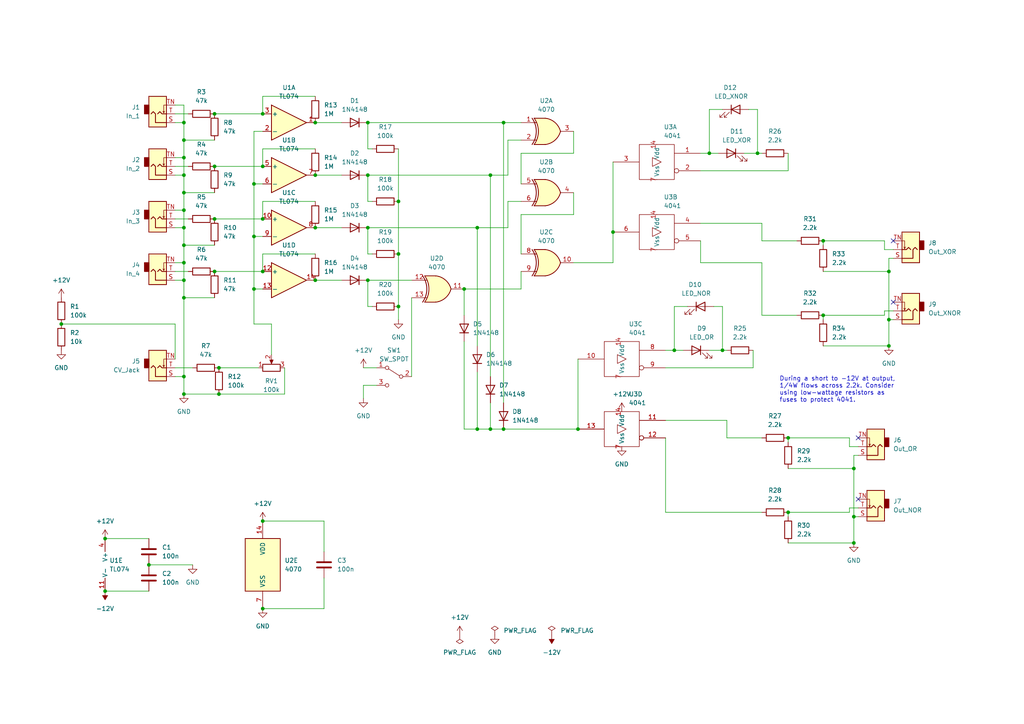
<source format=kicad_sch>
(kicad_sch (version 20211123) (generator eeschema)
  (paper "A4")
  (title_block (title "Compara4") (rev "0.1") (company "FrequencySummoner"))
  (lib_symbols
    (symbol "4xxx:4070" (pin_names (offset 1.016))
      (property "Reference" "U" (at 0 1.27 0))
      (property "Value" "4070" (at 0 -1.27 0))
      (symbol "4070_1_0"
        (arc (start -4.4196 -3.81) (mid -3.2033 0) (end -4.4196 3.81) (stroke (width 0.254)))
        (arc (start -3.81 -3.81) (mid -2.589 0) (end -3.81 3.81) (stroke (width 0.254)))
        (arc (start -0.6096 -3.81) (mid 2.1855 -2.584) (end 3.81 0) (stroke (width 0.254)) (fill (type background)))
        (polyline (pts (xy -3.81 -3.81) (xy -0.635 -3.81)) (stroke (width 0.254)) (fill (type background)))
        (polyline (pts (xy -3.81 3.81) (xy -0.635 3.81)) (stroke (width 0.254)) (fill (type background)))
        (polyline (pts (xy -0.635 3.81) (xy -3.81 3.81) (xy -3.81 3.81) (xy -3.556 3.4036) (xy -3.0226 2.2606) (xy -2.6924 1.0414) (xy -2.6162 -0.254) (xy -2.7686 -1.4986) (xy -3.175 -2.7178) (xy -3.81 -3.81) (xy -3.81 -3.81) (xy -0.635 -3.81)) (stroke (width -25.4)) (fill (type background)))
        (arc (start 3.81 0) (mid 2.1928 2.5925) (end -0.6096 3.81) (stroke (width 0.254)) (fill (type background)))
        (pin input line (at -7.62 2.54 0) (length 4.445) (name "~") (number "1"))
        (pin input line (at -7.62 -2.54 0) (length 4.445) (name "~") (number "2"))
        (pin output line (at 7.62 0 180) (length 3.81) (name "~") (number "3"))
      )
      (symbol "4070_1_1"
        (polyline (pts (xy -3.81 -2.54) (xy -3.175 -2.54)) (stroke (width 0.1524)))
        (polyline (pts (xy -3.81 2.54) (xy -3.175 2.54)) (stroke (width 0.1524)))
      )
      (symbol "4070_2_0"
        (arc (start -4.4196 -3.81) (mid -3.2033 0) (end -4.4196 3.81) (stroke (width 0.254)))
        (arc (start -3.81 -3.81) (mid -2.589 0) (end -3.81 3.81) (stroke (width 0.254)))
        (arc (start -0.6096 -3.81) (mid 2.1855 -2.584) (end 3.81 0) (stroke (width 0.254)) (fill (type background)))
        (polyline (pts (xy -3.81 -3.81) (xy -0.635 -3.81)) (stroke (width 0.254)) (fill (type background)))
        (polyline (pts (xy -3.81 3.81) (xy -0.635 3.81)) (stroke (width 0.254)) (fill (type background)))
        (polyline (pts (xy -0.635 3.81) (xy -3.81 3.81) (xy -3.81 3.81) (xy -3.556 3.4036) (xy -3.0226 2.2606) (xy -2.6924 1.0414) (xy -2.6162 -0.254) (xy -2.7686 -1.4986) (xy -3.175 -2.7178) (xy -3.81 -3.81) (xy -3.81 -3.81) (xy -0.635 -3.81)) (stroke (width -25.4)) (fill (type background)))
        (arc (start 3.81 0) (mid 2.1928 2.5925) (end -0.6096 3.81) (stroke (width 0.254)) (fill (type background)))
        (pin output line (at 7.62 0 180) (length 3.81) (name "~") (number "4"))
        (pin input line (at -7.62 2.54 0) (length 4.445) (name "~") (number "5"))
        (pin input line (at -7.62 -2.54 0) (length 4.445) (name "~") (number "6"))
      )
      (symbol "4070_2_1"
        (polyline (pts (xy -3.81 -2.54) (xy -3.175 -2.54)) (stroke (width 0.1524)))
        (polyline (pts (xy -3.81 2.54) (xy -3.175 2.54)) (stroke (width 0.1524)))
      )
      (symbol "4070_3_0"
        (arc (start -4.4196 -3.81) (mid -3.2033 0) (end -4.4196 3.81) (stroke (width 0.254)))
        (arc (start -3.81 -3.81) (mid -2.589 0) (end -3.81 3.81) (stroke (width 0.254)))
        (arc (start -0.6096 -3.81) (mid 2.1855 -2.584) (end 3.81 0) (stroke (width 0.254)) (fill (type background)))
        (polyline (pts (xy -3.81 -3.81) (xy -0.635 -3.81)) (stroke (width 0.254)) (fill (type background)))
        (polyline (pts (xy -3.81 3.81) (xy -0.635 3.81)) (stroke (width 0.254)) (fill (type background)))
        (polyline (pts (xy -0.635 3.81) (xy -3.81 3.81) (xy -3.81 3.81) (xy -3.556 3.4036) (xy -3.0226 2.2606) (xy -2.6924 1.0414) (xy -2.6162 -0.254) (xy -2.7686 -1.4986) (xy -3.175 -2.7178) (xy -3.81 -3.81) (xy -3.81 -3.81) (xy -0.635 -3.81)) (stroke (width -25.4)) (fill (type background)))
        (arc (start 3.81 0) (mid 2.1928 2.5925) (end -0.6096 3.81) (stroke (width 0.254)) (fill (type background)))
        (pin output line (at 7.62 0 180) (length 3.81) (name "~") (number "10"))
        (pin input line (at -7.62 2.54 0) (length 4.445) (name "~") (number "8"))
        (pin input line (at -7.62 -2.54 0) (length 4.445) (name "~") (number "9"))
      )
      (symbol "4070_3_1"
        (polyline (pts (xy -3.81 -2.54) (xy -3.175 -2.54)) (stroke (width 0.1524)))
        (polyline (pts (xy -3.81 2.54) (xy -3.175 2.54)) (stroke (width 0.1524)))
      )
      (symbol "4070_4_0"
        (arc (start -4.4196 -3.81) (mid -3.2033 0) (end -4.4196 3.81) (stroke (width 0.254)))
        (arc (start -3.81 -3.81) (mid -2.589 0) (end -3.81 3.81) (stroke (width 0.254)))
        (arc (start -0.6096 -3.81) (mid 2.1855 -2.584) (end 3.81 0) (stroke (width 0.254)) (fill (type background)))
        (polyline (pts (xy -3.81 -3.81) (xy -0.635 -3.81)) (stroke (width 0.254)) (fill (type background)))
        (polyline (pts (xy -3.81 3.81) (xy -0.635 3.81)) (stroke (width 0.254)) (fill (type background)))
        (polyline (pts (xy -0.635 3.81) (xy -3.81 3.81) (xy -3.81 3.81) (xy -3.556 3.4036) (xy -3.0226 2.2606) (xy -2.6924 1.0414) (xy -2.6162 -0.254) (xy -2.7686 -1.4986) (xy -3.175 -2.7178) (xy -3.81 -3.81) (xy -3.81 -3.81) (xy -0.635 -3.81)) (stroke (width -25.4)) (fill (type background)))
        (arc (start 3.81 0) (mid 2.1928 2.5925) (end -0.6096 3.81) (stroke (width 0.254)) (fill (type background)))
        (pin output line (at 7.62 0 180) (length 3.81) (name "~") (number "11"))
        (pin input line (at -7.62 2.54 0) (length 4.445) (name "~") (number "12"))
        (pin input line (at -7.62 -2.54 0) (length 4.445) (name "~") (number "13"))
      )
      (symbol "4070_4_1"
        (polyline (pts (xy -3.81 -2.54) (xy -3.175 -2.54)) (stroke (width 0.1524)))
        (polyline (pts (xy -3.81 2.54) (xy -3.175 2.54)) (stroke (width 0.1524)))
      )
      (symbol "4070_5_0"
        (pin power_in line (at 0 12.7 270) (length 5.08) (name "VDD") (number "14"))
        (pin power_in line (at 0 -12.7 90) (length 5.08) (name "VSS") (number "7"))
      )
      (symbol "4070_5_1"
        (rectangle (start -5.08 7.62) (end 5.08 -7.62) (stroke (width 0.254)) (fill (type background)))
      )
    )
    (symbol "4xxx_IEEE:4041" (pin_names (offset 0.762))
      (property "Reference" "U" (at 6.35 6.35 0))
      (property "Value" "4041" (at 6.35 -6.35 0))
      (symbol "4041_0_0"
        (rectangle (start -5.08 5.08) (end 5.08 -5.08))
        (polyline (pts (xy -1.27 1.27) (xy -1.27 -1.27) (xy 1.27 0) (xy -1.27 1.27) (xy -1.27 1.27)))
      )
      (symbol "4041_0_1"
        (pin power_in line (at 0 5.08 270) (length 0) (name "Vdd") (number "14"))
        (pin power_in line (at 0 -5.08 90) (length 0) (name "Vss") (number "7"))
      )
      (symbol "4041_1_1"
        (pin output line (at 12.7 2.54 180) (length 7.62) (name "~") (number "1"))
        (pin output inverted (at 12.7 -2.54 180) (length 7.62) (name "~") (number "2"))
        (pin output line (at -12.7 0 0) (length 7.62) (name "~") (number "3"))
      )
      (symbol "4041_2_1"
        (pin output line (at 12.7 2.54 180) (length 7.62) (name "~") (number "4"))
        (pin output inverted (at 12.7 -2.54 180) (length 7.62) (name "~") (number "5"))
        (pin output line (at -12.7 0 0) (length 7.62) (name "~") (number "6"))
      )
      (symbol "4041_3_1"
        (pin output line (at -12.7 0 0) (length 7.62) (name "~") (number "10"))
        (pin output line (at 12.7 2.54 180) (length 7.62) (name "~") (number "8"))
        (pin output inverted (at 12.7 -2.54 180) (length 7.62) (name "~") (number "9"))
      )
      (symbol "4041_4_1"
        (pin output line (at 12.7 2.54 180) (length 7.62) (name "~") (number "11"))
        (pin output inverted (at 12.7 -2.54 180) (length 7.62) (name "~") (number "12"))
        (pin output line (at -12.7 0 0) (length 7.62) (name "~") (number "13"))
      )
    )
    (symbol "Amplifier_Operational:TL074" (pin_names (offset 0.127))
      (property "Reference" "U" (at 0 5.08 0))
      (property "Value" "TL074" (at 0 -5.08 0))
      (symbol "TL074_1_1"
        (polyline (pts (xy -5.08 5.08) (xy 5.08 0) (xy -5.08 -5.08) (xy -5.08 5.08)) (stroke (width 0.254)) (fill (type background)))
        (pin output line (at 7.62 0 180) (length 2.54) (name "~") (number "1"))
        (pin input line (at -7.62 -2.54 0) (length 2.54) (name "-") (number "2"))
        (pin input line (at -7.62 2.54 0) (length 2.54) (name "+") (number "3"))
      )
      (symbol "TL074_2_1"
        (polyline (pts (xy -5.08 5.08) (xy 5.08 0) (xy -5.08 -5.08) (xy -5.08 5.08)) (stroke (width 0.254)) (fill (type background)))
        (pin input line (at -7.62 2.54 0) (length 2.54) (name "+") (number "5"))
        (pin input line (at -7.62 -2.54 0) (length 2.54) (name "-") (number "6"))
        (pin output line (at 7.62 0 180) (length 2.54) (name "~") (number "7"))
      )
      (symbol "TL074_3_1"
        (polyline (pts (xy -5.08 5.08) (xy 5.08 0) (xy -5.08 -5.08) (xy -5.08 5.08)) (stroke (width 0.254)) (fill (type background)))
        (pin input line (at -7.62 2.54 0) (length 2.54) (name "+") (number "10"))
        (pin output line (at 7.62 0 180) (length 2.54) (name "~") (number "8"))
        (pin input line (at -7.62 -2.54 0) (length 2.54) (name "-") (number "9"))
      )
      (symbol "TL074_4_1"
        (polyline (pts (xy -5.08 5.08) (xy 5.08 0) (xy -5.08 -5.08) (xy -5.08 5.08)) (stroke (width 0.254)) (fill (type background)))
        (pin input line (at -7.62 2.54 0) (length 2.54) (name "+") (number "12"))
        (pin input line (at -7.62 -2.54 0) (length 2.54) (name "-") (number "13"))
        (pin output line (at 7.62 0 180) (length 2.54) (name "~") (number "14"))
      )
      (symbol "TL074_5_1"
        (pin power_in line (at -2.54 -7.62 90) (length 3.81) (name "V-") (number "11"))
        (pin power_in line (at -2.54 7.62 270) (length 3.81) (name "V+") (number "4"))
      )
    )
    (symbol "Connector:AudioJack2_SwitchT"
      (property "Reference" "J" (at 0 8.89 0))
      (property "Value" "AudioJack2_SwitchT" (at 0 6.35 0))
      (symbol "AudioJack2_SwitchT_0_1"
        (rectangle (start -2.54 0) (end -3.81 -2.54) (stroke (width 0.254)) (fill (type outline)))
        (polyline (pts (xy 1.778 -0.254) (xy 2.032 -0.762)))
        (polyline (pts (xy 0 0) (xy 0.635 -0.635) (xy 1.27 0) (xy 2.54 0)) (stroke (width 0.254)))
        (polyline (pts (xy 2.54 -2.54) (xy 1.778 -2.54) (xy 1.778 -0.254) (xy 1.524 -0.762)))
        (polyline (pts (xy 2.54 2.54) (xy -0.635 2.54) (xy -0.635 0) (xy -1.27 -0.635) (xy -1.905 0)) (stroke (width 0.254)))
        (rectangle (start 2.54 3.81) (end -2.54 -5.08) (stroke (width 0.254)) (fill (type background)))
      )
      (symbol "AudioJack2_SwitchT_1_1"
        (pin passive line (at 5.08 2.54 180) (length 2.54) (name "~") (number "S"))
        (pin passive line (at 5.08 0 180) (length 2.54) (name "~") (number "T"))
        (pin passive line (at 5.08 -2.54 180) (length 2.54) (name "~") (number "TN"))
      )
    )
    (symbol "Device:C" (pin_numbers hide) (pin_names (offset 0.254))
      (property "Reference" "C" (at 0.635 2.54 0))
      (property "Value" "C" (at 0.635 -2.54 0))
      (symbol "C_0_1"
        (polyline (pts (xy -2.032 -0.762) (xy 2.032 -0.762)) (stroke (width 0.508)))
        (polyline (pts (xy -2.032 0.762) (xy 2.032 0.762)) (stroke (width 0.508)))
      )
      (symbol "C_1_1"
        (pin passive line (at 0 3.81 270) (length 2.794) (name "~") (number "1"))
        (pin passive line (at 0 -3.81 90) (length 2.794) (name "~") (number "2"))
      )
    )
    (symbol "Device:LED" (pin_numbers hide) (pin_names (offset 1.016) hide)
      (property "Reference" "D" (at 0 2.54 0))
      (property "Value" "LED" (at 0 -2.54 0))
      (symbol "LED_0_1"
        (polyline (pts (xy -1.27 -1.27) (xy -1.27 1.27)) (stroke (width 0.254)))
        (polyline (pts (xy -1.27 0) (xy 1.27 0)))
        (polyline (pts (xy 1.27 -1.27) (xy 1.27 1.27) (xy -1.27 0) (xy 1.27 -1.27)) (stroke (width 0.254)))
        (polyline (pts (xy -3.048 -0.762) (xy -4.572 -2.286) (xy -3.81 -2.286) (xy -4.572 -2.286) (xy -4.572 -1.524)))
        (polyline (pts (xy -1.778 -0.762) (xy -3.302 -2.286) (xy -2.54 -2.286) (xy -3.302 -2.286) (xy -3.302 -1.524)))
      )
      (symbol "LED_1_1"
        (pin passive line (at -3.81 0 0) (length 2.54) (name "K") (number "1"))
        (pin passive line (at 3.81 0 180) (length 2.54) (name "A") (number "2"))
      )
    )
    (symbol "Device:R" (pin_numbers hide) (pin_names (offset 0))
      (property "Reference" "R" (at 2.032 0 90))
      (property "Value" "R" (at 0 0 90))
      (symbol "R_0_1"
        (rectangle (start -1.016 -2.54) (end 1.016 2.54) (stroke (width 0.254)))
      )
      (symbol "R_1_1"
        (pin passive line (at 0 3.81 270) (length 1.27) (name "~") (number "1"))
        (pin passive line (at 0 -3.81 90) (length 1.27) (name "~") (number "2"))
      )
    )
    (symbol "Device:R_Potentiometer" (pin_names (offset 1.016) hide)
      (property "Reference" "RV" (at -4.445 0 90))
      (property "Value" "R_Potentiometer" (at -2.54 0 90))
      (symbol "R_Potentiometer_0_1"
        (polyline (pts (xy 2.54 0) (xy 1.524 0)))
        (polyline (pts (xy 1.143 0) (xy 2.286 0.508) (xy 2.286 -0.508) (xy 1.143 0)) (fill (type outline)))
        (rectangle (start 1.016 2.54) (end -1.016 -2.54) (stroke (width 0.254)))
      )
      (symbol "R_Potentiometer_1_1"
        (pin passive line (at 0 3.81 270) (length 1.27) (name "1") (number "1"))
        (pin passive line (at 3.81 0 180) (length 1.27) (name "2") (number "2"))
        (pin passive line (at 0 -3.81 90) (length 1.27) (name "3") (number "3"))
      )
    )
    (symbol "Diode:1N4148" (pin_numbers hide) (pin_names (offset 1.016) hide)
      (property "Reference" "D" (at 0 2.54 0))
      (property "Value" "1N4148" (at 0 -2.54 0))
      (symbol "1N4148_0_1"
        (polyline (pts (xy -1.27 1.27) (xy -1.27 -1.27)) (stroke (width 0.254)))
        (polyline (pts (xy 1.27 0) (xy -1.27 0)))
        (polyline (pts (xy 1.27 1.27) (xy 1.27 -1.27) (xy -1.27 0) (xy 1.27 1.27)) (stroke (width 0.254)))
      )
      (symbol "1N4148_1_1"
        (pin passive line (at -3.81 0 0) (length 2.54) (name "K") (number "1"))
        (pin passive line (at 3.81 0 180) (length 2.54) (name "A") (number "2"))
      )
    )
    (symbol "Switch:SW_SPDT" (pin_names (offset 0) hide)
      (property "Reference" "SW" (at 0 4.318 0))
      (property "Value" "SW_SPDT" (at 0 -5.08 0))
      (symbol "SW_SPDT_0_0"
        (circle (center -2.032 0) (radius 0.508))
        (circle (center 2.032 -2.54) (radius 0.508))
      )
      (symbol "SW_SPDT_0_1"
        (polyline (pts (xy -1.524 0.254) (xy 1.651 2.286)))
        (circle (center 2.032 2.54) (radius 0.508))
      )
      (symbol "SW_SPDT_1_1"
        (pin passive line (at 5.08 2.54 180) (length 2.54) (name "A") (number "1"))
        (pin passive line (at -5.08 0 0) (length 2.54) (name "B") (number "2"))
        (pin passive line (at 5.08 -2.54 180) (length 2.54) (name "C") (number "3"))
      )
    )
    (symbol "power:+12V" (power) (pin_names (offset 0))
      (property "Value" "+12V" (at 0 3.556 0))
      (symbol "+12V_0_1"
        (polyline (pts (xy -0.762 1.27) (xy 0 2.54)))
        (polyline (pts (xy 0 0) (xy 0 2.54)))
        (polyline (pts (xy 0 2.54) (xy 0.762 1.27)))
      )
      (symbol "+12V_1_1"
        (pin power_in line (at 0 0 90) (length 0) hide (name "+12V") (number "1"))
      )
    )
    (symbol "power:-12V" (power) (pin_names (offset 0))
      (property "Value" "-12V" (at 0 3.81 0))
      (symbol "-12V_0_0"
        (pin power_in line (at 0 0 90) (length 0) hide (name "-12V") (number "1"))
      )
      (symbol "-12V_0_1"
        (polyline (pts (xy 0 0) (xy 0 1.27) (xy 0.762 1.27) (xy 0 2.54) (xy -0.762 1.27) (xy 0 1.27)) (fill (type outline)))
      )
    )
    (symbol "power:GND" (power) (pin_names (offset 0))
      (property "Value" "GND" (at 0 -3.81 0))
      (symbol "GND_0_1"
        (polyline (pts (xy 0 0) (xy 0 -1.27) (xy 1.27 -1.27) (xy 0 -2.54) (xy -1.27 -1.27) (xy 0 -1.27)))
      )
      (symbol "GND_1_1"
        (pin power_in line (at 0 0 270) (length 0) hide (name "GND") (number "1"))
      )
    )
    (symbol "power:PWR_FLAG" (power) (pin_numbers hide) (pin_names (offset 0) hide)
      (property "Value" "PWR_FLAG" (at 0 3.81 0))
      (symbol "PWR_FLAG_0_0"
        (pin power_out line (at 0 0 90) (length 0) (name "pwr") (number "1"))
      )
      (symbol "PWR_FLAG_0_1"
        (polyline (pts (xy 0 0) (xy 0 1.27) (xy -1.016 1.905) (xy 0 2.54) (xy 1.016 1.905) (xy 0 1.27)))
      )
    )
  )
  (junction (at 62.23 63.5))
  (junction (at 106.68 50.8))
  (junction (at 53.34 40.64))
  (junction (at 106.68 66.04))
  (junction (at 73.66 68.58))
  (junction (at 76.2 176.53))
  (junction (at 247.65 135.89))
  (junction (at 53.34 71.12))
  (junction (at 238.76 91.44))
  (junction (at 167.64 124.46))
  (junction (at 138.43 66.04))
  (junction (at 63.5 106.68))
  (junction (at 228.6 148.59))
  (junction (at 53.34 60.96))
  (junction (at 62.23 48.26))
  (junction (at 142.24 124.46))
  (junction (at 146.05 124.46))
  (junction (at 53.34 81.28))
  (junction (at 30.48 156.21))
  (junction (at 106.68 81.28))
  (junction (at 146.05 35.56))
  (junction (at 195.58 101.6))
  (junction (at 115.57 58.42))
  (junction (at 53.34 66.04))
  (junction (at 53.34 50.8))
  (junction (at 63.5 114.3))
  (junction (at 62.23 78.74))
  (junction (at 219.71 44.45))
  (junction (at 73.66 83.82))
  (junction (at 142.24 50.8))
  (junction (at 17.78 93.98))
  (junction (at 91.44 81.28))
  (junction (at 30.48 171.45))
  (junction (at 115.57 88.9))
  (junction (at 257.81 92.71))
  (junction (at 76.2 63.5))
  (junction (at 91.44 35.56))
  (junction (at 76.2 33.02))
  (junction (at 76.2 151.13))
  (junction (at 91.44 66.04))
  (junction (at 53.34 55.88))
  (junction (at 205.74 44.45))
  (junction (at 53.34 109.22))
  (junction (at 106.68 35.56))
  (junction (at 134.62 83.82))
  (junction (at 228.6 127))
  (junction (at 76.2 48.26))
  (junction (at 53.34 114.3))
  (junction (at 62.23 33.02))
  (junction (at 76.2 78.74))
  (junction (at 257.81 78.74))
  (junction (at 53.34 76.2))
  (junction (at 53.34 86.36))
  (junction (at 115.57 73.66))
  (junction (at 257.81 100.33))
  (junction (at 43.18 163.83))
  (junction (at 53.34 35.56))
  (junction (at 91.44 50.8))
  (junction (at 73.66 53.34))
  (junction (at 138.43 124.46))
  (junction (at 53.34 45.72))
  (junction (at 247.65 157.48))
  (junction (at 238.76 69.85))
  (junction (at 209.55 101.6))
  (junction (at 247.65 149.86))
  (junction (at 177.8 67.31))
  (no_connect (at 248.92 127))
  (no_connect (at 259.08 69.85))
  (no_connect (at 259.08 87.63))
  (no_connect (at 248.92 144.78))
  (wire (pts (xy 50.8 106.68) (xy 55.88 106.68)))
  (wire (pts (xy 76.2 43.18) (xy 76.2 48.26)))
  (wire (pts (xy 203.2 76.2) (xy 220.98 76.2)))
  (wire (pts (xy 238.76 69.85) (xy 238.76 71.12)))
  (wire (pts (xy 115.57 73.66) (xy 115.57 88.9)))
  (wire (pts (xy 106.68 88.9) (xy 107.95 88.9)))
  (wire (pts (xy 106.68 58.42) (xy 107.95 58.42)))
  (wire (pts (xy 53.34 81.28) (xy 53.34 86.36)))
  (wire (pts (xy 82.55 114.3) (xy 63.5 114.3)))
  (wire (pts (xy 62.23 63.5) (xy 76.2 63.5)))
  (wire (pts (xy 219.71 44.45) (xy 220.98 44.45)))
  (wire (pts (xy 50.8 63.5) (xy 54.61 63.5)))
  (wire (pts (xy 147.32 40.64) (xy 151.13 40.64)))
  (wire (pts (xy 246.38 148.59) (xy 246.38 147.32)))
  (wire (pts (xy 76.2 27.94) (xy 76.2 33.02)))
  (wire (pts (xy 53.34 71.12) (xy 62.23 71.12)))
  (wire (pts (xy 106.68 50.8) (xy 106.68 58.42)))
  (wire (pts (xy 50.8 78.74) (xy 54.61 78.74)))
  (wire (pts (xy 105.41 106.68) (xy 109.22 106.68)))
  (wire (pts (xy 210.82 121.92) (xy 193.04 121.92)))
  (wire (pts (xy 106.68 35.56) (xy 146.05 35.56)))
  (wire (pts (xy 134.62 99.06) (xy 134.62 124.46)))
  (wire (pts (xy 151.13 83.82) (xy 151.13 78.74)))
  (wire (pts (xy 134.62 83.82) (xy 134.62 91.44)))
  (wire (pts (xy 76.2 58.42) (xy 91.44 58.42)))
  (wire (pts (xy 50.8 76.2) (xy 53.34 76.2)))
  (wire (pts (xy 138.43 66.04) (xy 147.32 66.04)))
  (wire (pts (xy 220.98 91.44) (xy 231.14 91.44)))
  (wire (pts (xy 106.68 50.8) (xy 142.24 50.8)))
  (wire (pts (xy 209.55 101.6) (xy 210.82 101.6)))
  (wire (pts (xy 115.57 88.9) (xy 115.57 92.71)))
  (wire (pts (xy 146.05 35.56) (xy 151.13 35.56)))
  (wire (pts (xy 195.58 101.6) (xy 195.58 88.9)))
  (wire (pts (xy 93.98 167.64) (xy 93.98 176.53)))
  (wire (pts (xy 106.68 81.28) (xy 106.68 88.9)))
  (wire (pts (xy 220.98 64.77) (xy 203.2 64.77)))
  (wire (pts (xy 247.65 149.86) (xy 247.65 157.48)))
  (wire (pts (xy 109.22 111.76) (xy 105.41 111.76)))
  (wire (pts (xy 257.81 74.93) (xy 257.81 78.74)))
  (wire (pts (xy 166.37 62.23) (xy 151.13 62.23)))
  (wire (pts (xy 91.44 81.28) (xy 99.06 81.28)))
  (wire (pts (xy 53.34 109.22) (xy 50.8 109.22)))
  (wire (pts (xy 30.48 171.45) (xy 43.18 171.45)))
  (wire (pts (xy 193.04 127) (xy 193.04 148.59)))
  (wire (pts (xy 53.34 35.56) (xy 53.34 40.64)))
  (wire (pts (xy 53.34 76.2) (xy 53.34 81.28)))
  (wire (pts (xy 228.6 135.89) (xy 247.65 135.89)))
  (wire (pts (xy 53.34 66.04) (xy 53.34 71.12)))
  (wire (pts (xy 134.62 83.82) (xy 151.13 83.82)))
  (wire (pts (xy 203.2 69.85) (xy 203.2 76.2)))
  (wire (pts (xy 82.55 106.68) (xy 82.55 114.3)))
  (wire (pts (xy 50.8 50.8) (xy 53.34 50.8)))
  (wire (pts (xy 256.54 72.39) (xy 259.08 72.39)))
  (wire (pts (xy 17.78 93.98) (xy 50.8 93.98)))
  (wire (pts (xy 238.76 69.85) (xy 256.54 69.85)))
  (wire (pts (xy 53.34 86.36) (xy 62.23 86.36)))
  (wire (pts (xy 106.68 81.28) (xy 119.38 81.28)))
  (wire (pts (xy 146.05 35.56) (xy 146.05 116.84)))
  (wire (pts (xy 228.6 148.59) (xy 246.38 148.59)))
  (wire (pts (xy 50.8 30.48) (xy 53.34 30.48)))
  (wire (pts (xy 53.34 109.22) (xy 53.34 114.3)))
  (wire (pts (xy 209.55 88.9) (xy 209.55 101.6)))
  (wire (pts (xy 50.8 35.56) (xy 53.34 35.56)))
  (wire (pts (xy 43.18 163.83) (xy 55.88 163.83)))
  (wire (pts (xy 205.74 31.75) (xy 209.55 31.75)))
  (wire (pts (xy 193.04 101.6) (xy 195.58 101.6)))
  (wire (pts (xy 218.44 106.68) (xy 193.04 106.68)))
  (wire (pts (xy 73.66 83.82) (xy 76.2 83.82)))
  (wire (pts (xy 53.34 40.64) (xy 62.23 40.64)))
  (wire (pts (xy 105.41 111.76) (xy 105.41 115.57)))
  (wire (pts (xy 147.32 50.8) (xy 147.32 40.64)))
  (wire (pts (xy 106.68 43.18) (xy 107.95 43.18)))
  (wire (pts (xy 91.44 73.66) (xy 76.2 73.66)))
  (wire (pts (xy 247.65 135.89) (xy 247.65 149.86)))
  (wire (pts (xy 166.37 44.45) (xy 151.13 44.45)))
  (wire (pts (xy 256.54 91.44) (xy 256.54 90.17)))
  (wire (pts (xy 166.37 38.1) (xy 166.37 44.45)))
  (wire (pts (xy 62.23 48.26) (xy 76.2 48.26)))
  (wire (pts (xy 63.5 106.68) (xy 74.93 106.68)))
  (wire (pts (xy 53.34 55.88) (xy 53.34 60.96)))
  (wire (pts (xy 248.92 132.08) (xy 247.65 132.08)))
  (wire (pts (xy 246.38 127) (xy 246.38 129.54)))
  (wire (pts (xy 91.44 66.04) (xy 99.06 66.04)))
  (wire (pts (xy 73.66 93.98) (xy 73.66 83.82)))
  (wire (pts (xy 78.74 93.98) (xy 73.66 93.98)))
  (wire (pts (xy 259.08 74.93) (xy 257.81 74.93)))
  (wire (pts (xy 106.68 66.04) (xy 106.68 73.66)))
  (wire (pts (xy 91.44 35.56) (xy 99.06 35.56)))
  (wire (pts (xy 53.34 40.64) (xy 53.34 45.72)))
  (wire (pts (xy 115.57 43.18) (xy 115.57 58.42)))
  (wire (pts (xy 195.58 101.6) (xy 198.12 101.6)))
  (wire (pts (xy 50.8 93.98) (xy 50.8 104.14)))
  (wire (pts (xy 207.01 88.9) (xy 209.55 88.9)))
  (wire (pts (xy 166.37 55.88) (xy 166.37 62.23)))
  (wire (pts (xy 50.8 81.28) (xy 53.34 81.28)))
  (wire (pts (xy 167.64 104.14) (xy 167.64 124.46)))
  (wire (pts (xy 195.58 88.9) (xy 199.39 88.9)))
  (wire (pts (xy 256.54 69.85) (xy 256.54 72.39)))
  (wire (pts (xy 119.38 86.36) (xy 119.38 109.22)))
  (wire (pts (xy 238.76 100.33) (xy 257.81 100.33)))
  (wire (pts (xy 210.82 127) (xy 220.98 127)))
  (wire (pts (xy 215.9 44.45) (xy 219.71 44.45)))
  (wire (pts (xy 151.13 62.23) (xy 151.13 73.66)))
  (wire (pts (xy 76.2 38.1) (xy 73.66 38.1)))
  (wire (pts (xy 257.81 92.71) (xy 257.81 100.33)))
  (wire (pts (xy 247.65 132.08) (xy 247.65 135.89)))
  (wire (pts (xy 228.6 148.59) (xy 228.6 149.86)))
  (wire (pts (xy 78.74 102.87) (xy 78.74 93.98)))
  (wire (pts (xy 228.6 127) (xy 228.6 128.27)))
  (wire (pts (xy 205.74 101.6) (xy 209.55 101.6)))
  (wire (pts (xy 228.6 49.53) (xy 203.2 49.53)))
  (wire (pts (xy 238.76 78.74) (xy 257.81 78.74)))
  (wire (pts (xy 218.44 101.6) (xy 218.44 106.68)))
  (wire (pts (xy 76.2 151.13) (xy 93.98 151.13)))
  (wire (pts (xy 53.34 114.3) (xy 63.5 114.3)))
  (wire (pts (xy 62.23 33.02) (xy 76.2 33.02)))
  (wire (pts (xy 228.6 127) (xy 246.38 127)))
  (wire (pts (xy 91.44 27.94) (xy 76.2 27.94)))
  (wire (pts (xy 93.98 176.53) (xy 76.2 176.53)))
  (wire (pts (xy 53.34 45.72) (xy 53.34 50.8)))
  (wire (pts (xy 248.92 149.86) (xy 247.65 149.86)))
  (wire (pts (xy 177.8 46.99) (xy 177.8 67.31)))
  (wire (pts (xy 259.08 92.71) (xy 257.81 92.71)))
  (wire (pts (xy 106.68 66.04) (xy 138.43 66.04)))
  (wire (pts (xy 50.8 66.04) (xy 53.34 66.04)))
  (wire (pts (xy 73.66 68.58) (xy 76.2 68.58)))
  (wire (pts (xy 210.82 127) (xy 210.82 121.92)))
  (wire (pts (xy 205.74 44.45) (xy 208.28 44.45)))
  (wire (pts (xy 73.66 38.1) (xy 73.66 53.34)))
  (wire (pts (xy 219.71 31.75) (xy 219.71 44.45)))
  (wire (pts (xy 205.74 44.45) (xy 205.74 31.75)))
  (wire (pts (xy 142.24 116.84) (xy 142.24 124.46)))
  (wire (pts (xy 238.76 91.44) (xy 238.76 92.71)))
  (wire (pts (xy 106.68 73.66) (xy 107.95 73.66)))
  (wire (pts (xy 62.23 78.74) (xy 76.2 78.74)))
  (wire (pts (xy 53.34 55.88) (xy 62.23 55.88)))
  (wire (pts (xy 142.24 50.8) (xy 147.32 50.8)))
  (wire (pts (xy 147.32 58.42) (xy 151.13 58.42)))
  (wire (pts (xy 53.34 71.12) (xy 53.34 76.2)))
  (wire (pts (xy 142.24 50.8) (xy 142.24 109.22)))
  (wire (pts (xy 220.98 76.2) (xy 220.98 91.44)))
  (wire (pts (xy 93.98 151.13) (xy 93.98 160.02)))
  (wire (pts (xy 53.34 86.36) (xy 53.34 109.22)))
  (wire (pts (xy 134.62 124.46) (xy 138.43 124.46)))
  (wire (pts (xy 76.2 73.66) (xy 76.2 78.74)))
  (wire (pts (xy 91.44 50.8) (xy 99.06 50.8)))
  (wire (pts (xy 203.2 44.45) (xy 205.74 44.45)))
  (wire (pts (xy 228.6 44.45) (xy 228.6 49.53)))
  (wire (pts (xy 50.8 60.96) (xy 53.34 60.96)))
  (wire (pts (xy 146.05 124.46) (xy 167.64 124.46)))
  (wire (pts (xy 177.8 76.2) (xy 177.8 67.31)))
  (wire (pts (xy 147.32 66.04) (xy 147.32 58.42)))
  (wire (pts (xy 91.44 43.18) (xy 76.2 43.18)))
  (wire (pts (xy 53.34 60.96) (xy 53.34 66.04)))
  (wire (pts (xy 142.24 124.46) (xy 146.05 124.46)))
  (wire (pts (xy 220.98 69.85) (xy 231.14 69.85)))
  (wire (pts (xy 257.81 78.74) (xy 257.81 92.71)))
  (wire (pts (xy 73.66 53.34) (xy 73.66 68.58)))
  (wire (pts (xy 246.38 129.54) (xy 248.92 129.54)))
  (wire (pts (xy 138.43 107.95) (xy 138.43 124.46)))
  (wire (pts (xy 256.54 90.17) (xy 259.08 90.17)))
  (wire (pts (xy 30.48 156.21) (xy 43.18 156.21)))
  (wire (pts (xy 151.13 44.45) (xy 151.13 53.34)))
  (wire (pts (xy 220.98 69.85) (xy 220.98 64.77)))
  (wire (pts (xy 106.68 35.56) (xy 106.68 43.18)))
  (wire (pts (xy 138.43 66.04) (xy 138.43 100.33)))
  (wire (pts (xy 228.6 157.48) (xy 247.65 157.48)))
  (wire (pts (xy 50.8 48.26) (xy 54.61 48.26)))
  (wire (pts (xy 53.34 50.8) (xy 53.34 55.88)))
  (wire (pts (xy 73.66 53.34) (xy 76.2 53.34)))
  (wire (pts (xy 217.17 31.75) (xy 219.71 31.75)))
  (wire (pts (xy 50.8 33.02) (xy 54.61 33.02)))
  (wire (pts (xy 238.76 91.44) (xy 256.54 91.44)))
  (wire (pts (xy 246.38 147.32) (xy 248.92 147.32)))
  (wire (pts (xy 53.34 30.48) (xy 53.34 35.56)))
  (wire (pts (xy 50.8 45.72) (xy 53.34 45.72)))
  (wire (pts (xy 73.66 68.58) (xy 73.66 83.82)))
  (wire (pts (xy 193.04 148.59) (xy 220.98 148.59)))
  (wire (pts (xy 115.57 58.42) (xy 115.57 73.66)))
  (wire (pts (xy 76.2 58.42) (xy 76.2 63.5)))
  (wire (pts (xy 166.37 76.2) (xy 177.8 76.2)))
  (wire (pts (xy 138.43 124.46) (xy 142.24 124.46)))
  (text "During a short to -12V at output,\n1/4W flows across 2.2k. Consider\nusing low-wattage resistors as\nfuses to protect 4041." (at 226.06 116.84 0) (effects (font (size 1.27 1.27)) (justify left bottom)))
  (symbol (lib_id "power:GND") (at 180.34 129.54 0) (unit 1)
    (property "Reference" "#PWR0105" (effects hide))
    (property "Value" "GND" (at 180.34 134.62 0))
  )
  (symbol (lib_id "4xxx:4070") (at 158.75 55.88 0) (unit 2)
    (property "Reference" "U2" (at 158.4452 46.99 0))
    (property "Value" "4070" (at 158.4452 49.53 0))
    (property "Footprint" "Package_DIP:DIP-14_W7.62mm_Socket" (effects hide))
    (property "Datasheet" "http://www.intersil.com/content/dam/Intersil/documents/cd40/cd4070bms-77bms.pdf" (effects hide))
  )
  (symbol (lib_id "Device:R") (at 234.95 91.44 270) (unit 1)
    (property "Reference" "R32" (at 234.95 85.09 90))
    (property "Value" "2.2k" (at 234.95 87.63 90))
    (property "Footprint" "Resistor_THT:R_Axial_DIN0207_L6.3mm_D2.5mm_P7.62mm_Horizontal" (effects hide))
  )
  (symbol (lib_id "power:GND") (at 53.34 114.3 0) (unit 1)
    (property "Reference" "#PWR06" (effects hide))
    (property "Value" "GND" (at 53.34 119.38 0))
  )
  (symbol (lib_id "Device:LED") (at 213.36 31.75 0) (unit 1)
    (property "Reference" "D12" (at 211.7725 25.4 0))
    (property "Value" "LED_XNOR" (at 212.09 27.94 0))
    (property "Footprint" "LED_THT:LED_D3.0mm_FlatTop" (effects hide))
  )
  (symbol (lib_id "power:GND") (at 143.51 184.15 0) (unit 1)
    (property "Reference" "#PWR0102" (effects hide))
    (property "Value" "GND" (at 143.51 189.23 0))
  )
  (symbol (lib_id "Diode:1N4148") (at 134.62 95.25 270) (mirror x) (unit 1)
    (property "Reference" "D5" (at 137.16 93.9799 90) (effects (justify left)))
    (property "Value" "1N4148" (at 137.16 96.5199 90) (effects (justify left)))
    (property "Footprint" "Diode_THT:D_DO-35_SOD27_P7.62mm_Horizontal" (effects hide))
    (property "Datasheet" "https://assets.nexperia.com/documents/data-sheet/1N4148_1N4448.pdf" (effects hide))
  )
  (symbol (lib_id "Device:R") (at 234.95 69.85 270) (unit 1)
    (property "Reference" "R31" (at 234.95 63.5 90))
    (property "Value" "2.2k" (at 234.95 66.04 90))
    (property "Footprint" "Resistor_THT:R_Axial_DIN0207_L6.3mm_D2.5mm_P7.62mm_Horizontal" (effects hide))
  )
  (symbol (lib_id "Device:R") (at 62.23 52.07 0) (unit 1)
    (property "Reference" "R9" (at 64.77 50.7999 0) (effects (justify left)))
    (property "Value" "47k" (at 64.77 53.3399 0) (effects (justify left)))
    (property "Footprint" "Resistor_THT:R_Axial_DIN0207_L6.3mm_D2.5mm_P7.62mm_Horizontal" (effects hide))
  )
  (symbol (lib_id "Connector:AudioJack2_SwitchT") (at 264.16 72.39 180) (unit 1)
    (property "Reference" "J8" (at 269.24 70.4849 0) (effects (justify right)))
    (property "Value" "Out_XOR" (at 269.24 73.0249 0) (effects (justify right)))
    (property "Footprint" "Connector_Audio:Jack_3.5mm_QingPu_WQP-PJ398SM_Vertical_CircularHoles" (effects hide))
  )
  (symbol (lib_id "Device:R") (at 224.79 148.59 270) (unit 1)
    (property "Reference" "R28" (at 224.79 142.24 90))
    (property "Value" "2.2k" (at 224.79 144.78 90))
    (property "Footprint" "Resistor_THT:R_Axial_DIN0207_L6.3mm_D2.5mm_P7.62mm_Horizontal" (effects hide))
  )
  (symbol (lib_id "Device:R") (at 228.6 153.67 0) (unit 1)
    (property "Reference" "R30" (at 231.14 152.3999 0) (effects (justify left)))
    (property "Value" "2.2k" (at 231.14 154.9399 0) (effects (justify left)))
    (property "Footprint" "Resistor_THT:R_Axial_DIN0207_L6.3mm_D2.5mm_P7.62mm_Horizontal" (effects hide))
  )
  (symbol (lib_id "Switch:SW_SPDT") (at 114.3 109.22 0) (mirror y) (unit 1)
    (property "Reference" "SW1" (at 114.3 101.6 0))
    (property "Value" "SW_SPDT" (at 114.3 104.14 0))
    (property "Footprint" "Library:Dailywell sub-miniature toggle switch" (effects hide))
  )
  (symbol (lib_id "Amplifier_Operational:TL074") (at 83.82 35.56 0) (unit 1)
    (property "Reference" "U1" (at 83.82 25.4 0))
    (property "Value" "TL074" (at 83.82 27.94 0))
    (property "Footprint" "Package_DIP:DIP-14_W7.62mm_Socket" (effects hide))
    (property "Datasheet" "http://www.ti.com/lit/ds/symlink/tl071.pdf" (effects hide))
  )
  (symbol (lib_id "Device:C") (at 43.18 160.02 0) (unit 1)
    (property "Reference" "C1" (at 46.99 158.7499 0) (effects (justify left)))
    (property "Value" "100n" (at 46.99 161.2899 0) (effects (justify left)))
    (property "Footprint" "Capacitor_THT:C_Disc_D10.5mm_W5.0mm_P5.00mm" (effects hide))
  )
  (symbol (lib_id "Device:R") (at 63.5 110.49 0) (unit 1)
    (property "Reference" "R12" (at 66.04 109.2199 0) (effects (justify left)))
    (property "Value" "100k" (at 66.04 111.7599 0) (effects (justify left)))
    (property "Footprint" "Resistor_THT:R_Axial_DIN0207_L6.3mm_D2.5mm_P7.62mm_Horizontal" (effects hide))
  )
  (symbol (lib_id "Device:R") (at 111.76 88.9 270) (unit 1)
    (property "Reference" "R20" (at 111.76 82.55 90))
    (property "Value" "100k" (at 111.76 85.09 90))
    (property "Footprint" "Resistor_THT:R_Axial_DIN0207_L6.3mm_D2.5mm_P7.62mm_Horizontal" (effects hide))
  )
  (symbol (lib_id "Device:R") (at 238.76 74.93 0) (unit 1)
    (property "Reference" "R33" (at 241.3 73.6599 0) (effects (justify left)))
    (property "Value" "2.2k" (at 241.3 76.1999 0) (effects (justify left)))
    (property "Footprint" "Resistor_THT:R_Axial_DIN0207_L6.3mm_D2.5mm_P7.62mm_Horizontal" (effects hide))
  )
  (symbol (lib_id "Device:R") (at 228.6 132.08 0) (unit 1)
    (property "Reference" "R29" (at 231.14 130.8099 0) (effects (justify left)))
    (property "Value" "2.2k" (at 231.14 133.3499 0) (effects (justify left)))
    (property "Footprint" "Resistor_THT:R_Axial_DIN0207_L6.3mm_D2.5mm_P7.62mm_Horizontal" (effects hide))
  )
  (symbol (lib_id "Device:R") (at 17.78 90.17 180) (unit 1)
    (property "Reference" "R1" (at 20.32 88.8999 0) (effects (justify right)))
    (property "Value" "100k" (at 20.32 91.4399 0) (effects (justify right)))
    (property "Footprint" "Resistor_THT:R_Axial_DIN0207_L6.3mm_D2.5mm_P7.62mm_Horizontal" (effects hide))
  )
  (symbol (lib_id "power:GND") (at 115.57 92.71 0) (unit 1)
    (property "Reference" "#PWR011" (effects hide))
    (property "Value" "GND" (at 115.57 97.79 0))
  )
  (symbol (lib_id "power:PWR_FLAG") (at 143.51 184.15 0) (unit 1)
    (property "Reference" "#FLG0102" (effects hide))
    (property "Value" "PWR_FLAG" (at 146.05 182.8799 0) (effects (justify left)))
  )
  (symbol (lib_id "Connector:AudioJack2_SwitchT") (at 45.72 48.26 0) (mirror x) (unit 1)
    (property "Reference" "J2" (at 40.64 46.3549 0) (effects (justify right)))
    (property "Value" "In_2" (at 40.64 48.8949 0) (effects (justify right)))
    (property "Footprint" "Connector_Audio:Jack_3.5mm_QingPu_WQP-PJ398SM_Vertical_CircularHoles" (effects hide))
  )
  (symbol (lib_id "Diode:1N4148") (at 142.24 113.03 270) (mirror x) (unit 1)
    (property "Reference" "D7" (at 144.78 111.7599 90) (effects (justify left)))
    (property "Value" "1N4148" (at 144.78 114.2999 90) (effects (justify left)))
    (property "Footprint" "Diode_THT:D_DO-35_SOD27_P7.62mm_Horizontal" (effects hide))
    (property "Datasheet" "https://assets.nexperia.com/documents/data-sheet/1N4148_1N4448.pdf" (effects hide))
  )
  (symbol (lib_id "4xxx:4070") (at 127 83.82 0) (unit 4)
    (property "Reference" "U2" (at 126.6952 74.93 0))
    (property "Value" "4070" (at 126.6952 77.47 0))
    (property "Footprint" "Package_DIP:DIP-14_W7.62mm_Socket" (effects hide))
    (property "Datasheet" "http://www.intersil.com/content/dam/Intersil/documents/cd40/cd4070bms-77bms.pdf" (effects hide))
  )
  (symbol (lib_id "Device:R") (at 58.42 48.26 270) (unit 1)
    (property "Reference" "R4" (at 58.42 41.91 90))
    (property "Value" "47k" (at 58.42 44.45 90))
    (property "Footprint" "Resistor_THT:R_Axial_DIN0207_L6.3mm_D2.5mm_P7.62mm_Horizontal" (effects hide))
  )
  (symbol (lib_id "Amplifier_Operational:TL074") (at 83.82 50.8 0) (unit 2)
    (property "Reference" "U1" (at 83.82 40.64 0))
    (property "Value" "TL074" (at 83.82 43.18 0))
    (property "Footprint" "Package_DIP:DIP-14_W7.62mm_Socket" (effects hide))
    (property "Datasheet" "http://www.ti.com/lit/ds/symlink/tl071.pdf" (effects hide))
  )
  (symbol (lib_id "Diode:1N4148") (at 102.87 50.8 0) (mirror y) (unit 1)
    (property "Reference" "D2" (at 102.87 44.45 0))
    (property "Value" "1N4148" (at 102.87 46.99 0))
    (property "Footprint" "Diode_THT:D_DO-35_SOD27_P7.62mm_Horizontal" (effects hide))
    (property "Datasheet" "https://assets.nexperia.com/documents/data-sheet/1N4148_1N4448.pdf" (effects hide))
  )
  (symbol (lib_id "4xxx:4070") (at 158.75 38.1 0) (unit 1)
    (property "Reference" "U2" (at 158.4452 29.21 0))
    (property "Value" "4070" (at 158.4452 31.75 0))
    (property "Footprint" "Package_DIP:DIP-14_W7.62mm_Socket" (effects hide))
    (property "Datasheet" "http://www.intersil.com/content/dam/Intersil/documents/cd40/cd4070bms-77bms.pdf" (effects hide))
  )
  (symbol (lib_id "Device:R") (at 91.44 62.23 0) (unit 1)
    (property "Reference" "R15" (at 93.98 60.9599 0) (effects (justify left)))
    (property "Value" "1M" (at 93.98 63.4999 0) (effects (justify left)))
    (property "Footprint" "Resistor_THT:R_Axial_DIN0207_L6.3mm_D2.5mm_P7.62mm_Horizontal" (effects hide))
  )
  (symbol (lib_id "Device:R") (at 58.42 78.74 270) (unit 1)
    (property "Reference" "R6" (at 58.42 72.39 90))
    (property "Value" "47k" (at 58.42 74.93 90))
    (property "Footprint" "Resistor_THT:R_Axial_DIN0207_L6.3mm_D2.5mm_P7.62mm_Horizontal" (effects hide))
  )
  (symbol (lib_id "Device:R") (at 62.23 82.55 0) (unit 1)
    (property "Reference" "R11" (at 64.77 81.2799 0) (effects (justify left)))
    (property "Value" "47k" (at 64.77 83.8199 0) (effects (justify left)))
    (property "Footprint" "Resistor_THT:R_Axial_DIN0207_L6.3mm_D2.5mm_P7.62mm_Horizontal" (effects hide))
  )
  (symbol (lib_id "Device:R") (at 58.42 63.5 270) (unit 1)
    (property "Reference" "R5" (at 58.42 57.15 90))
    (property "Value" "47k" (at 58.42 59.69 90))
    (property "Footprint" "Resistor_THT:R_Axial_DIN0207_L6.3mm_D2.5mm_P7.62mm_Horizontal" (effects hide))
  )
  (symbol (lib_id "power:GND") (at 17.78 101.6 0) (unit 1)
    (property "Reference" "#PWR02" (effects hide))
    (property "Value" "GND" (at 17.78 106.68 0))
  )
  (symbol (lib_id "power:GND") (at 105.41 115.57 0) (unit 1)
    (property "Reference" "#PWR010" (effects hide))
    (property "Value" "GND" (at 105.41 120.65 0))
  )
  (symbol (lib_id "Amplifier_Operational:TL074") (at 33.02 163.83 0) (unit 5)
    (property "Reference" "U1" (at 31.75 162.5599 0) (effects (justify left)))
    (property "Value" "TL074" (at 31.75 165.0999 0) (effects (justify left)))
    (property "Footprint" "Package_DIP:DIP-14_W7.62mm_Socket" (effects hide))
    (property "Datasheet" "http://www.ti.com/lit/ds/symlink/tl071.pdf" (effects hide))
  )
  (symbol (lib_id "Diode:1N4148") (at 102.87 35.56 0) (mirror y) (unit 1)
    (property "Reference" "D1" (at 102.87 29.21 0))
    (property "Value" "1N4148" (at 102.87 31.75 0))
    (property "Footprint" "Diode_THT:D_DO-35_SOD27_P7.62mm_Horizontal" (effects hide))
    (property "Datasheet" "https://assets.nexperia.com/documents/data-sheet/1N4148_1N4448.pdf" (effects hide))
  )
  (symbol (lib_id "Connector:AudioJack2_SwitchT") (at 254 129.54 180) (unit 1)
    (property "Reference" "J6" (at 259.08 127.6349 0) (effects (justify right)))
    (property "Value" "Out_OR" (at 259.08 130.1749 0) (effects (justify right)))
    (property "Footprint" "Connector_Audio:Jack_3.5mm_QingPu_WQP-PJ398SM_Vertical_CircularHoles" (effects hide))
  )
  (symbol (lib_id "Device:R") (at 238.76 96.52 0) (unit 1)
    (property "Reference" "R34" (at 241.3 95.2499 0) (effects (justify left)))
    (property "Value" "2.2k" (at 241.3 97.7899 0) (effects (justify left)))
    (property "Footprint" "Resistor_THT:R_Axial_DIN0207_L6.3mm_D2.5mm_P7.62mm_Horizontal" (effects hide))
  )
  (symbol (lib_id "power:-12V") (at 160.02 184.15 180) (unit 1)
    (property "Reference" "#PWR0103" (effects hide))
    (property "Value" "-12V" (at 160.02 189.23 0))
  )
  (symbol (lib_id "power:GND") (at 247.65 157.48 0) (unit 1)
    (property "Reference" "#PWR016" (effects hide))
    (property "Value" "GND" (at 247.65 162.56 0))
  )
  (symbol (lib_id "Device:R") (at 62.23 36.83 0) (unit 1)
    (property "Reference" "R8" (at 64.77 35.5599 0) (effects (justify left)))
    (property "Value" "47k" (at 64.77 38.0999 0) (effects (justify left)))
    (property "Footprint" "Resistor_THT:R_Axial_DIN0207_L6.3mm_D2.5mm_P7.62mm_Horizontal" (effects hide))
  )
  (symbol (lib_id "Device:LED") (at 203.2 88.9 0) (unit 1)
    (property "Reference" "D10" (at 201.6125 82.55 0))
    (property "Value" "LED_NOR" (at 201.93 85.09 0))
    (property "Footprint" "LED_THT:LED_D3.0mm_FlatTop" (effects hide))
  )
  (symbol (lib_id "Device:R") (at 224.79 127 270) (unit 1)
    (property "Reference" "R27" (at 224.79 120.65 90))
    (property "Value" "2.2k" (at 224.79 123.19 90))
    (property "Footprint" "Resistor_THT:R_Axial_DIN0207_L6.3mm_D2.5mm_P7.62mm_Horizontal" (effects hide))
  )
  (symbol (lib_id "Device:R") (at 62.23 67.31 0) (unit 1)
    (property "Reference" "R10" (at 64.77 66.0399 0) (effects (justify left)))
    (property "Value" "47k" (at 64.77 68.5799 0) (effects (justify left)))
    (property "Footprint" "Resistor_THT:R_Axial_DIN0207_L6.3mm_D2.5mm_P7.62mm_Horizontal" (effects hide))
  )
  (symbol (lib_id "Connector:AudioJack2_SwitchT") (at 45.72 33.02 0) (mirror x) (unit 1)
    (property "Reference" "J1" (at 40.64 31.1149 0) (effects (justify right)))
    (property "Value" "In_1" (at 40.64 33.6549 0) (effects (justify right)))
    (property "Footprint" "Connector_Audio:Jack_3.5mm_QingPu_WQP-PJ398SM_Vertical_CircularHoles" (effects hide))
  )
  (symbol (lib_id "power:PWR_FLAG") (at 160.02 184.15 0) (unit 1)
    (property "Reference" "#FLG0103" (effects hide))
    (property "Value" "PWR_FLAG" (at 162.56 182.8799 0) (effects (justify left)))
  )
  (symbol (lib_id "Diode:1N4148") (at 146.05 120.65 270) (mirror x) (unit 1)
    (property "Reference" "D8" (at 148.59 119.3799 90) (effects (justify left)))
    (property "Value" "1N4148" (at 148.59 121.9199 90) (effects (justify left)))
    (property "Footprint" "Diode_THT:D_DO-35_SOD27_P7.62mm_Horizontal" (effects hide))
    (property "Datasheet" "https://assets.nexperia.com/documents/data-sheet/1N4148_1N4448.pdf" (effects hide))
  )
  (symbol (lib_id "power:+12V") (at 30.48 156.21 0) (unit 1)
    (property "Reference" "#PWR03" (effects hide))
    (property "Value" "+12V" (at 30.48 151.13 0))
  )
  (symbol (lib_id "power:GND") (at 55.88 163.83 0) (unit 1)
    (property "Reference" "#PWR05" (effects hide))
    (property "Value" "GND" (at 55.88 168.91 0))
  )
  (symbol (lib_id "4xxx:4070") (at 76.2 163.83 0) (unit 5)
    (property "Reference" "U2" (at 82.55 162.5599 0) (effects (justify left)))
    (property "Value" "4070" (at 82.55 165.0999 0) (effects (justify left)))
    (property "Footprint" "Package_DIP:DIP-14_W7.62mm_Socket" (effects hide))
    (property "Datasheet" "http://www.intersil.com/content/dam/Intersil/documents/cd40/cd4070bms-77bms.pdf" (effects hide))
  )
  (symbol (lib_id "Diode:1N4148") (at 102.87 81.28 0) (mirror y) (unit 1)
    (property "Reference" "D4" (at 102.87 74.93 0))
    (property "Value" "1N4148" (at 102.87 77.47 0))
    (property "Footprint" "Diode_THT:D_DO-35_SOD27_P7.62mm_Horizontal" (effects hide))
    (property "Datasheet" "https://assets.nexperia.com/documents/data-sheet/1N4148_1N4448.pdf" (effects hide))
  )
  (symbol (lib_id "Connector:AudioJack2_SwitchT") (at 45.72 78.74 0) (mirror x) (unit 1)
    (property "Reference" "J4" (at 40.64 76.8349 0) (effects (justify right)))
    (property "Value" "In_4" (at 40.64 79.3749 0) (effects (justify right)))
    (property "Footprint" "Connector_Audio:Jack_3.5mm_QingPu_WQP-PJ398SM_Vertical_CircularHoles" (effects hide))
  )
  (symbol (lib_id "Connector:AudioJack2_SwitchT") (at 45.72 106.68 0) (mirror x) (unit 1)
    (property "Reference" "J5" (at 40.64 104.7749 0) (effects (justify right)))
    (property "Value" "CV_Jack" (at 40.64 107.3149 0) (effects (justify right)))
    (property "Footprint" "Connector_Audio:Jack_3.5mm_QingPu_WQP-PJ398SM_Vertical_CircularHoles" (effects hide))
  )
  (symbol (lib_id "Device:LED") (at 212.09 44.45 0) (mirror y) (unit 1)
    (property "Reference" "D11" (at 213.6775 38.1 0))
    (property "Value" "LED_XOR" (at 213.6775 40.64 0))
    (property "Footprint" "LED_THT:LED_D3.0mm_FlatTop" (effects hide))
  )
  (symbol (lib_id "Diode:1N4148") (at 138.43 104.14 270) (mirror x) (unit 1)
    (property "Reference" "D6" (at 140.97 102.8699 90) (effects (justify left)))
    (property "Value" "1N4148" (at 140.97 105.4099 90) (effects (justify left)))
    (property "Footprint" "Diode_THT:D_DO-35_SOD27_P7.62mm_Horizontal" (effects hide))
    (property "Datasheet" "https://assets.nexperia.com/documents/data-sheet/1N4148_1N4448.pdf" (effects hide))
  )
  (symbol (lib_id "Device:R") (at 91.44 77.47 0) (unit 1)
    (property "Reference" "R16" (at 93.98 76.1999 0) (effects (justify left)))
    (property "Value" "1M" (at 93.98 78.7399 0) (effects (justify left)))
    (property "Footprint" "Resistor_THT:R_Axial_DIN0207_L6.3mm_D2.5mm_P7.62mm_Horizontal" (effects hide))
  )
  (symbol (lib_id "Device:R") (at 59.69 106.68 270) (unit 1)
    (property "Reference" "R7" (at 59.69 100.33 90))
    (property "Value" "47k" (at 59.69 102.87 90))
    (property "Footprint" "Resistor_THT:R_Axial_DIN0207_L6.3mm_D2.5mm_P7.62mm_Horizontal" (effects hide))
  )
  (symbol (lib_id "Device:R") (at 111.76 43.18 270) (unit 1)
    (property "Reference" "R17" (at 111.76 36.83 90))
    (property "Value" "100k" (at 111.76 39.37 90))
    (property "Footprint" "Resistor_THT:R_Axial_DIN0207_L6.3mm_D2.5mm_P7.62mm_Horizontal" (effects hide))
  )
  (symbol (lib_id "Device:R") (at 91.44 31.75 0) (unit 1)
    (property "Reference" "R13" (at 93.98 30.4799 0) (effects (justify left)))
    (property "Value" "1M" (at 93.98 33.0199 0) (effects (justify left)))
    (property "Footprint" "Resistor_THT:R_Axial_DIN0207_L6.3mm_D2.5mm_P7.62mm_Horizontal" (effects hide))
  )
  (symbol (lib_id "4xxx_IEEE:4041") (at 190.5 67.31 0) (unit 2)
    (property "Reference" "U3" (at 192.5194 57.15 0) (effects (justify left)))
    (property "Value" "4041" (at 192.5194 59.69 0) (effects (justify left)))
    (property "Footprint" "Package_DIP:DIP-14_W7.62mm_Socket" (effects hide))
  )
  (symbol (lib_id "Device:R") (at 214.63 101.6 270) (unit 1)
    (property "Reference" "R25" (at 214.63 95.25 90))
    (property "Value" "2.2k" (at 214.63 97.79 90))
    (property "Footprint" "Resistor_THT:R_Axial_DIN0207_L6.3mm_D2.5mm_P7.62mm_Horizontal" (effects hide))
  )
  (symbol (lib_id "power:PWR_FLAG") (at 133.35 184.15 180) (unit 1)
    (property "Reference" "#FLG0101" (effects hide))
    (property "Value" "PWR_FLAG" (at 133.35 189.23 0))
  )
  (symbol (lib_id "power:+12V") (at 76.2 151.13 0) (unit 1)
    (property "Reference" "#PWR07" (effects hide))
    (property "Value" "+12V" (at 76.2 146.05 0))
  )
  (symbol (lib_id "Connector:AudioJack2_SwitchT") (at 264.16 90.17 180) (unit 1)
    (property "Reference" "J9" (at 269.24 88.2649 0) (effects (justify right)))
    (property "Value" "Out_XNOR" (at 269.24 90.8049 0) (effects (justify right)))
    (property "Footprint" "Connector_Audio:Jack_3.5mm_QingPu_WQP-PJ398SM_Vertical_CircularHoles" (effects hide))
  )
  (symbol (lib_id "power:GND") (at 257.81 100.33 0) (unit 1)
    (property "Reference" "#PWR017" (effects hide))
    (property "Value" "GND" (at 257.81 105.41 0))
  )
  (symbol (lib_id "4xxx_IEEE:4041") (at 180.34 104.14 0) (unit 3)
    (property "Reference" "U3" (at 182.3594 93.98 0) (effects (justify left)))
    (property "Value" "4041" (at 182.3594 96.52 0) (effects (justify left)))
    (property "Footprint" "Package_DIP:DIP-14_W7.62mm_Socket" (effects hide))
  )
  (symbol (lib_id "Device:R") (at 111.76 73.66 270) (unit 1)
    (property "Reference" "R19" (at 111.76 67.31 90))
    (property "Value" "100k" (at 111.76 69.85 90))
    (property "Footprint" "Resistor_THT:R_Axial_DIN0207_L6.3mm_D2.5mm_P7.62mm_Horizontal" (effects hide))
  )
  (symbol (lib_id "Device:R") (at 58.42 33.02 270) (unit 1)
    (property "Reference" "R3" (at 58.42 26.67 90))
    (property "Value" "47k" (at 58.42 29.21 90))
    (property "Footprint" "Resistor_THT:R_Axial_DIN0207_L6.3mm_D2.5mm_P7.62mm_Horizontal" (effects hide))
  )
  (symbol (lib_id "4xxx:4070") (at 158.75 76.2 0) (unit 3)
    (property "Reference" "U2" (at 158.4452 67.31 0))
    (property "Value" "4070" (at 158.4452 69.85 0))
    (property "Footprint" "Package_DIP:DIP-14_W7.62mm_Socket" (effects hide))
    (property "Datasheet" "http://www.intersil.com/content/dam/Intersil/documents/cd40/cd4070bms-77bms.pdf" (effects hide))
  )
  (symbol (lib_id "power:+12V") (at 133.35 184.15 0) (unit 1)
    (property "Reference" "#PWR0101" (effects hide))
    (property "Value" "+12V" (at 133.35 179.07 0))
  )
  (symbol (lib_id "Amplifier_Operational:TL074") (at 83.82 66.04 0) (unit 3)
    (property "Reference" "U1" (at 83.82 55.88 0))
    (property "Value" "TL074" (at 83.82 58.42 0))
    (property "Footprint" "Package_DIP:DIP-14_W7.62mm_Socket" (effects hide))
    (property "Datasheet" "http://www.ti.com/lit/ds/symlink/tl071.pdf" (effects hide))
  )
  (symbol (lib_id "Device:C") (at 93.98 163.83 0) (unit 1)
    (property "Reference" "C3" (at 97.79 162.5599 0) (effects (justify left)))
    (property "Value" "100n" (at 97.79 165.0999 0) (effects (justify left)))
    (property "Footprint" "Capacitor_THT:C_Disc_D10.5mm_W5.0mm_P5.00mm" (effects hide))
  )
  (symbol (lib_id "4xxx_IEEE:4041") (at 190.5 46.99 0) (unit 1)
    (property "Reference" "U3" (at 192.5194 36.83 0) (effects (justify left)))
    (property "Value" "4041" (at 192.5194 39.37 0) (effects (justify left)))
    (property "Footprint" "Package_DIP:DIP-14_W7.62mm_Socket" (effects hide))
  )
  (symbol (lib_id "power:-12V") (at 30.48 171.45 180) (unit 1)
    (property "Reference" "#PWR04" (effects hide))
    (property "Value" "-12V" (at 30.48 176.53 0))
  )
  (symbol (lib_id "Device:LED") (at 201.93 101.6 0) (mirror y) (unit 1)
    (property "Reference" "D9" (at 203.5175 95.25 0))
    (property "Value" "LED_OR" (at 203.5175 97.79 0))
    (property "Footprint" "LED_THT:LED_D3.0mm_FlatTop" (effects hide))
  )
  (symbol (lib_id "power:+12V") (at 180.34 119.38 0) (unit 1)
    (property "Reference" "#PWR0104" (effects hide))
    (property "Value" "+12V" (at 180.34 114.3 0))
  )
  (symbol (lib_id "Device:R") (at 91.44 46.99 0) (unit 1)
    (property "Reference" "R14" (at 93.98 45.7199 0) (effects (justify left)))
    (property "Value" "1M" (at 93.98 48.2599 0) (effects (justify left)))
    (property "Footprint" "Resistor_THT:R_Axial_DIN0207_L6.3mm_D2.5mm_P7.62mm_Horizontal" (effects hide))
  )
  (symbol (lib_id "Diode:1N4148") (at 102.87 66.04 0) (mirror y) (unit 1)
    (property "Reference" "D3" (at 102.87 59.69 0))
    (property "Value" "1N4148" (at 102.87 62.23 0))
    (property "Footprint" "Diode_THT:D_DO-35_SOD27_P7.62mm_Horizontal" (effects hide))
    (property "Datasheet" "https://assets.nexperia.com/documents/data-sheet/1N4148_1N4448.pdf" (effects hide))
  )
  (symbol (lib_id "Device:C") (at 43.18 167.64 0) (unit 1)
    (property "Reference" "C2" (at 46.99 166.3699 0) (effects (justify left)))
    (property "Value" "100n" (at 46.99 168.9099 0) (effects (justify left)))
    (property "Footprint" "Capacitor_THT:C_Disc_D10.5mm_W5.0mm_P5.00mm" (effects hide))
  )
  (symbol (lib_id "power:+12V") (at 105.41 106.68 0) (unit 1)
    (property "Reference" "#PWR09" (effects hide))
    (property "Value" "+12V" (at 105.41 101.6 0))
  )
  (symbol (lib_id "Device:R") (at 111.76 58.42 270) (unit 1)
    (property "Reference" "R18" (at 111.76 52.07 90))
    (property "Value" "100k" (at 111.76 54.61 90))
    (property "Footprint" "Resistor_THT:R_Axial_DIN0207_L6.3mm_D2.5mm_P7.62mm_Horizontal" (effects hide))
  )
  (symbol (lib_id "Amplifier_Operational:TL074") (at 83.82 81.28 0) (unit 4)
    (property "Reference" "U1" (at 83.82 71.12 0))
    (property "Value" "TL074" (at 83.82 73.66 0))
    (property "Footprint" "Package_DIP:DIP-14_W7.62mm_Socket" (effects hide))
    (property "Datasheet" "http://www.ti.com/lit/ds/symlink/tl071.pdf" (effects hide))
  )
  (symbol (lib_id "4xxx_IEEE:4041") (at 180.34 124.46 0) (unit 4)
    (property "Reference" "U3" (at 182.3594 114.3 0) (effects (justify left)))
    (property "Value" "4041" (at 182.3594 116.84 0) (effects (justify left)))
    (property "Footprint" "Package_DIP:DIP-14_W7.62mm_Socket" (effects hide))
  )
  (symbol (lib_id "power:+12V") (at 17.78 86.36 0) (unit 1)
    (property "Reference" "#PWR01" (effects hide))
    (property "Value" "+12V" (at 17.78 81.28 0))
  )
  (symbol (lib_id "Connector:AudioJack2_SwitchT") (at 45.72 63.5 0) (mirror x) (unit 1)
    (property "Reference" "J3" (at 40.64 61.5949 0) (effects (justify right)))
    (property "Value" "In_3" (at 40.64 64.1349 0) (effects (justify right)))
    (property "Footprint" "Connector_Audio:Jack_3.5mm_QingPu_WQP-PJ398SM_Vertical_CircularHoles" (effects hide))
  )
  (symbol (lib_id "Device:R") (at 17.78 97.79 180) (unit 1)
    (property "Reference" "R2" (at 20.32 96.5199 0) (effects (justify right)))
    (property "Value" "10k" (at 20.32 99.0599 0) (effects (justify right)))
    (property "Footprint" "Resistor_THT:R_Axial_DIN0207_L6.3mm_D2.5mm_P7.62mm_Horizontal" (effects hide))
  )
  (symbol (lib_id "Device:R") (at 224.79 44.45 270) (unit 1)
    (property "Reference" "R26" (at 224.79 38.1 90))
    (property "Value" "2.2k" (at 224.79 40.64 90))
    (property "Footprint" "Resistor_THT:R_Axial_DIN0207_L6.3mm_D2.5mm_P7.62mm_Horizontal" (effects hide))
  )
  (symbol (lib_id "Device:R_Potentiometer") (at 78.74 106.68 90) (unit 1)
    (property "Reference" "RV1" (at 78.74 110.49 90))
    (property "Value" "100k" (at 78.74 113.03 90))
    (property "Footprint" "Potentiometer_THT:Potentiometer_Alpha_RD901F-40-00D_Single_Vertical" (effects hide))
  )
  (symbol (lib_id "power:GND") (at 76.2 176.53 0) (unit 1)
    (property "Reference" "#PWR08" (effects hide))
    (property "Value" "GND" (at 76.2 181.61 0))
  )
  (symbol (lib_id "Connector:AudioJack2_SwitchT") (at 254 147.32 180) (unit 1)
    (property "Reference" "J7" (at 259.08 145.4149 0) (effects (justify right)))
    (property "Value" "Out_NOR" (at 259.08 147.9549 0) (effects (justify right)))
    (property "Footprint" "Connector_Audio:Jack_3.5mm_QingPu_WQP-PJ398SM_Vertical_CircularHoles" (effects hide))
  )
)
</source>
